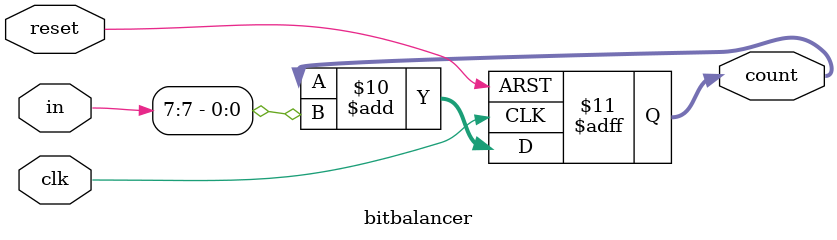
<source format=v>
module bitbalancer (
    input        clk,
    input        reset,
    input  [7:0] in,
    output reg [3:0] count
);

    integer i;

    always @(posedge clk or posedge reset) 
    begin
        if (reset)
         begin
            count <= 0;
        end
        else begin
            count <= 0;
            for (i = 0; i < 8; i = i + 1)
             begin
                count <= count + in[i];
            end
        end
    end
endmodule

/*
module bitbalancer(
  input  [7:0] in,
  output [3:0] count
);
  assign count = in[0] + in[1] + in[2] + in[3] + in[4] + in[5] + in[6] + in[7];
endmodule
*/

</source>
